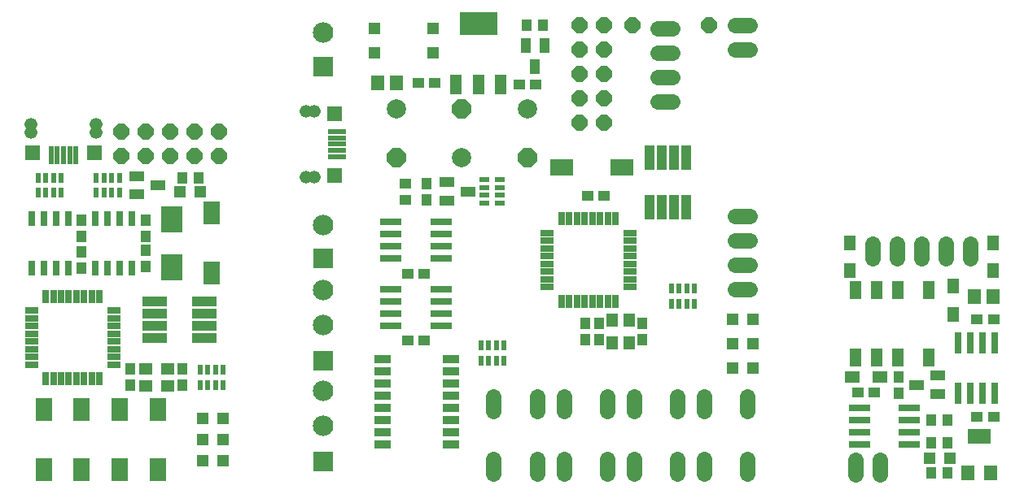
<source format=gts>
G04 EAGLE Gerber RS-274X export*
G75*
%MOMM*%
%FSLAX34Y34*%
%LPD*%
%INTop Soldermask*%
%IPPOS*%
%AMOC8*
5,1,8,0,0,1.08239X$1,22.5*%
G01*
%ADD10R,0.660400X1.371600*%
%ADD11R,1.371600X0.660400*%
%ADD12R,1.301600X1.301600*%
%ADD13R,0.600000X1.000000*%
%ADD14R,1.101600X1.201600*%
%ADD15R,2.301600X2.701600*%
%ADD16R,0.685800X1.625600*%
%ADD17R,2.641600X0.990600*%
%ADD18P,1.759533X8X22.500000*%
%ADD19R,1.701600X2.401600*%
%ADD20R,0.501600X1.901600*%
%ADD21R,1.501600X1.501600*%
%ADD22C,1.329600*%
%ADD23R,1.501600X1.101600*%
%ADD24R,1.401600X1.201600*%
%ADD25R,1.201600X1.101600*%
%ADD26R,1.901600X0.501600*%
%ADD27C,1.625600*%
%ADD28R,1.301600X2.101600*%
%ADD29R,3.901600X2.401600*%
%ADD30R,2.301600X0.701600*%
%ADD31R,1.801600X0.901600*%
%ADD32R,2.133600X2.133600*%
%ADD33C,2.133600*%
%ADD34R,1.101600X1.501600*%
%ADD35R,1.401600X1.601600*%
%ADD36C,2.006600*%
%ADD37P,2.171924X8X292.500000*%
%ADD38R,1.000000X0.600000*%
%ADD39P,2.171924X8X112.500000*%
%ADD40R,0.990600X2.641600*%
%ADD41P,1.759533X8X292.500000*%
%ADD42R,2.401600X1.701600*%
%ADD43R,1.201600X1.401600*%
%ADD44R,1.301600X1.601600*%
%ADD45R,1.601600X1.301600*%
%ADD46R,0.701600X2.301600*%
%ADD47R,1.301600X1.901600*%
%ADD48R,2.401600X1.601600*%
%ADD49R,1.401600X1.501600*%


D10*
X25975Y111062D03*
X33975Y111062D03*
X41975Y111062D03*
X49975Y111062D03*
X57975Y111062D03*
X65975Y111062D03*
X73975Y111062D03*
X81975Y111062D03*
D11*
X96901Y125988D03*
X96901Y133988D03*
X96901Y141988D03*
X96901Y149988D03*
X96901Y157988D03*
X96901Y165988D03*
X96901Y173988D03*
X96901Y181988D03*
D10*
X81975Y196914D03*
X73975Y196914D03*
X65975Y196914D03*
X57975Y196914D03*
X49975Y196914D03*
X41975Y196914D03*
X33975Y196914D03*
X25975Y196914D03*
D11*
X11049Y181988D03*
X11049Y173988D03*
X11049Y165988D03*
X11049Y157988D03*
X11049Y149988D03*
X11049Y141988D03*
X11049Y133988D03*
X11049Y125988D03*
D12*
X210525Y69850D03*
X189525Y69850D03*
X210525Y47625D03*
X189525Y47625D03*
X210525Y25400D03*
X189525Y25400D03*
D13*
X210438Y120713D03*
X202438Y120713D03*
X194438Y120713D03*
X186438Y120713D03*
X186438Y104713D03*
X194438Y104713D03*
X202438Y104713D03*
X210438Y104713D03*
D14*
X114300Y104213D03*
X114300Y121213D03*
X168275Y104213D03*
X168275Y121213D03*
X63500Y276788D03*
X63500Y259788D03*
D13*
X18163Y304738D03*
X26163Y304738D03*
X34163Y304738D03*
X42163Y304738D03*
X42163Y320738D03*
X34163Y320738D03*
X26163Y320738D03*
X18163Y320738D03*
D15*
X157163Y226875D03*
X157163Y276875D03*
D14*
X63500Y243450D03*
X63500Y226450D03*
D16*
X23813Y226413D03*
X23813Y278413D03*
X11113Y226413D03*
X36513Y226413D03*
X49213Y226413D03*
X11113Y278413D03*
X36513Y278413D03*
X49213Y278413D03*
D17*
X139100Y179388D03*
X191100Y179388D03*
X139100Y192088D03*
X139100Y166688D03*
X139100Y153988D03*
X191100Y192088D03*
X191100Y166688D03*
X191100Y153988D03*
D18*
X104775Y368300D03*
X130175Y368300D03*
X155575Y368300D03*
X180975Y368300D03*
X206375Y368300D03*
X104775Y342900D03*
X130175Y342900D03*
X155575Y342900D03*
X180975Y342900D03*
X206375Y342900D03*
D19*
X23813Y79125D03*
X23813Y16125D03*
X63500Y79125D03*
X63500Y16125D03*
X103188Y79125D03*
X103188Y16125D03*
X142875Y16125D03*
X142875Y79125D03*
D16*
X103188Y278413D03*
X103188Y226413D03*
X115888Y278413D03*
X90488Y278413D03*
X77788Y278413D03*
X115888Y226413D03*
X90488Y226413D03*
X77788Y226413D03*
D20*
X37950Y344388D03*
X31450Y344388D03*
X50950Y344388D03*
X57450Y344388D03*
X44450Y344388D03*
D21*
X11950Y346888D03*
X76450Y346888D03*
D22*
X10450Y368188D03*
X78450Y368188D03*
X78450Y375988D03*
X10450Y375988D03*
D14*
X130175Y276788D03*
X130175Y259788D03*
D23*
X142763Y312738D03*
X120763Y303238D03*
X120763Y322238D03*
D14*
X130175Y228038D03*
X130175Y245038D03*
D13*
X102488Y320738D03*
X94488Y320738D03*
X86488Y320738D03*
X78488Y320738D03*
X78488Y304738D03*
X86488Y304738D03*
X94488Y304738D03*
X102488Y304738D03*
D19*
X198438Y283913D03*
X198438Y220913D03*
D24*
X129788Y121713D03*
X152788Y103713D03*
X152788Y121713D03*
X129788Y103713D03*
D12*
X165713Y306388D03*
X186713Y306388D03*
D14*
X184713Y320675D03*
X167713Y320675D03*
D12*
X428963Y476550D03*
X428963Y450550D03*
X367963Y450550D03*
X367963Y476550D03*
D25*
X430775Y419100D03*
X413775Y419100D03*
X419663Y220663D03*
X402663Y220663D03*
D26*
X328713Y349100D03*
X328713Y342600D03*
X328713Y362100D03*
X328713Y368600D03*
X328713Y355600D03*
D21*
X326213Y323100D03*
X326213Y387600D03*
D22*
X304913Y321600D03*
X304913Y389600D03*
X297113Y389600D03*
X297113Y321600D03*
D27*
X743268Y204788D02*
X758508Y204788D01*
X758508Y230188D02*
X743268Y230188D01*
X743268Y255588D02*
X758508Y255588D01*
X758508Y280988D02*
X743268Y280988D01*
X743268Y453988D02*
X758508Y453988D01*
X758508Y479388D02*
X743268Y479388D01*
X677545Y476250D02*
X662305Y476250D01*
X662305Y450850D02*
X677545Y450850D01*
X677545Y425450D02*
X662305Y425450D01*
X662305Y400050D02*
X677545Y400050D01*
D10*
X562550Y192024D03*
X570550Y192024D03*
X578550Y192024D03*
X586550Y192024D03*
X594550Y192024D03*
X602550Y192024D03*
X610550Y192024D03*
X618550Y192024D03*
D11*
X633476Y206950D03*
X633476Y214950D03*
X633476Y222950D03*
X633476Y230950D03*
X633476Y238950D03*
X633476Y246950D03*
X633476Y254950D03*
X633476Y262950D03*
D10*
X618550Y277876D03*
X610550Y277876D03*
X602550Y277876D03*
X594550Y277876D03*
X586550Y277876D03*
X578550Y277876D03*
X570550Y277876D03*
X562550Y277876D03*
D11*
X547624Y262950D03*
X547624Y254950D03*
X547624Y246950D03*
X547624Y238950D03*
X547624Y230950D03*
X547624Y222950D03*
X547624Y214950D03*
X547624Y206950D03*
D28*
X498893Y418080D03*
X475893Y418080D03*
X452893Y418080D03*
D29*
X475893Y481580D03*
D30*
X385163Y261938D03*
X437163Y261938D03*
X385163Y274638D03*
X385163Y249238D03*
X385163Y236538D03*
X437163Y274638D03*
X437163Y249238D03*
X437163Y236538D03*
D31*
X376578Y42555D03*
X376578Y55305D03*
X376578Y68055D03*
X376578Y80805D03*
X376578Y93555D03*
X376578Y106055D03*
X376578Y118805D03*
X376578Y131555D03*
X447078Y42555D03*
X447078Y55305D03*
X447078Y68055D03*
X447078Y80805D03*
X447078Y93555D03*
X447078Y106055D03*
X447078Y118805D03*
X447078Y131555D03*
D12*
X761388Y173038D03*
X740388Y173038D03*
X761388Y147638D03*
X740388Y147638D03*
X761388Y122238D03*
X740388Y122238D03*
D13*
X502538Y146113D03*
X494538Y146113D03*
X486538Y146113D03*
X478538Y146113D03*
X478538Y130113D03*
X486538Y130113D03*
X494538Y130113D03*
X502538Y130113D03*
X700975Y204850D03*
X692975Y204850D03*
X684975Y204850D03*
X676975Y204850D03*
X676975Y188850D03*
X684975Y188850D03*
X692975Y188850D03*
X700975Y188850D03*
D32*
X314325Y25210D03*
D33*
X314325Y61988D03*
X314325Y98766D03*
D32*
X314325Y129985D03*
D33*
X314325Y166763D03*
X314325Y203541D03*
D14*
X646113Y151838D03*
X646113Y168838D03*
X601663Y151838D03*
X601663Y168838D03*
D25*
X589988Y301625D03*
X606988Y301625D03*
D32*
X314325Y436563D03*
D33*
X314325Y471563D03*
D25*
X518550Y417513D03*
X535550Y417513D03*
D34*
X534988Y436675D03*
X525488Y458675D03*
X544488Y458675D03*
D35*
X390475Y419100D03*
X371475Y419100D03*
D25*
X402663Y150813D03*
X419663Y150813D03*
D23*
X465025Y306388D03*
X443025Y296888D03*
X443025Y315888D03*
D25*
X400050Y297888D03*
X400050Y314888D03*
D14*
X422275Y297888D03*
X422275Y314888D03*
D36*
X390525Y392113D03*
D37*
X390525Y341313D03*
D38*
X498538Y294388D03*
X498538Y302388D03*
X498538Y310388D03*
X498538Y318388D03*
X482538Y318388D03*
X482538Y310388D03*
X482538Y302388D03*
X482538Y294388D03*
D32*
X314325Y236538D03*
D33*
X314325Y271538D03*
D18*
X636588Y479425D03*
X715963Y479425D03*
D14*
X543488Y479425D03*
X526488Y479425D03*
D36*
X527050Y392650D03*
D37*
X527050Y341850D03*
D27*
X491744Y27496D02*
X491744Y12256D01*
X536956Y12256D02*
X536956Y27496D01*
X491744Y77280D02*
X491744Y92520D01*
X536956Y92520D02*
X536956Y77280D01*
X564769Y27496D02*
X564769Y12256D01*
X609981Y12256D02*
X609981Y27496D01*
X564769Y77280D02*
X564769Y92520D01*
X609981Y92520D02*
X609981Y77280D01*
X637794Y27496D02*
X637794Y12256D01*
X683006Y12256D02*
X683006Y27496D01*
X637794Y77280D02*
X637794Y92520D01*
X683006Y92520D02*
X683006Y77280D01*
X710819Y27496D02*
X710819Y12256D01*
X756031Y12256D02*
X756031Y27496D01*
X710819Y77280D02*
X710819Y92520D01*
X756031Y92520D02*
X756031Y77280D01*
D14*
X587375Y151838D03*
X587375Y168838D03*
D30*
X385163Y192088D03*
X437163Y192088D03*
X385163Y204788D03*
X385163Y179388D03*
X385163Y166688D03*
X437163Y204788D03*
X437163Y179388D03*
X437163Y166688D03*
D36*
X458788Y341313D03*
D39*
X458788Y392113D03*
D40*
X679450Y341913D03*
X679450Y289913D03*
X692150Y341913D03*
X666750Y341913D03*
X654050Y341913D03*
X692150Y289913D03*
X666750Y289913D03*
X654050Y289913D03*
D41*
X581025Y479425D03*
X606425Y479425D03*
X581025Y454025D03*
X606425Y454025D03*
X581025Y428625D03*
X606425Y428625D03*
X581025Y403225D03*
X606425Y403225D03*
X581025Y377825D03*
X606425Y377825D03*
D42*
X562225Y331788D03*
X625225Y331788D03*
D43*
X614888Y148838D03*
X632888Y171838D03*
X614888Y171838D03*
X632888Y148838D03*
D14*
X912813Y113275D03*
X912813Y96275D03*
D25*
X994800Y173038D03*
X1011800Y173038D03*
X994800Y71438D03*
X1011800Y71438D03*
D44*
X1011238Y223625D03*
X1011238Y252625D03*
D45*
X893975Y112713D03*
X864975Y112713D03*
D30*
X872525Y68263D03*
X924525Y68263D03*
X872525Y80963D03*
X872525Y55563D03*
X872525Y42863D03*
X924525Y80963D03*
X924525Y55563D03*
X924525Y42863D03*
D46*
X987425Y96238D03*
X987425Y148238D03*
X974725Y96238D03*
X1000125Y96238D03*
X1012825Y96238D03*
X974725Y148238D03*
X1000125Y148238D03*
X1012825Y148238D03*
D27*
X893763Y26670D02*
X893763Y11430D01*
X868363Y11430D02*
X868363Y26670D01*
D47*
X944463Y203275D03*
X944463Y133275D03*
X912463Y203275D03*
X912463Y133275D03*
X890463Y203275D03*
X890463Y133275D03*
X868463Y203275D03*
X868463Y133275D03*
D12*
X945175Y28575D03*
X966175Y28575D03*
D14*
X947175Y68263D03*
X964175Y68263D03*
X947175Y44450D03*
X964175Y44450D03*
X947175Y12700D03*
X964175Y12700D03*
D23*
X931975Y104775D03*
X953975Y114275D03*
X953975Y95275D03*
D27*
X885825Y236855D02*
X885825Y252095D01*
X911225Y252095D02*
X911225Y236855D01*
X936625Y236855D02*
X936625Y252095D01*
X962025Y252095D02*
X962025Y236855D01*
X987425Y236855D02*
X987425Y252095D01*
D44*
X969500Y207488D03*
X969500Y178488D03*
X862013Y223625D03*
X862013Y252625D03*
D25*
X887975Y96838D03*
X870975Y96838D03*
D48*
X996950Y51338D03*
D49*
X985450Y12838D03*
X1008450Y12838D03*
D35*
X1011213Y196850D03*
X992213Y196850D03*
M02*

</source>
